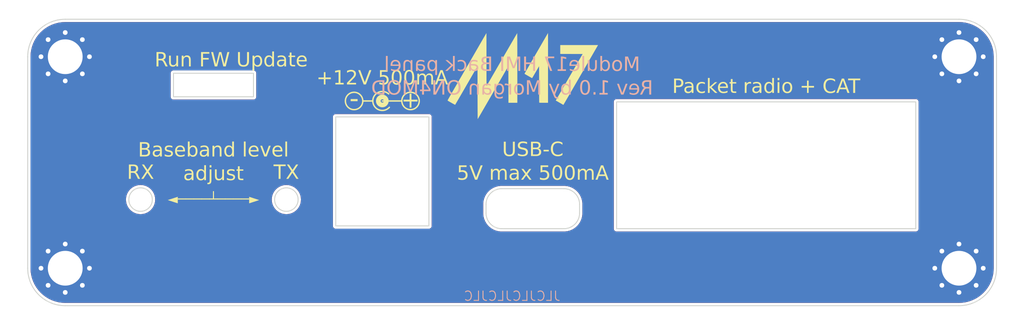
<source format=kicad_pcb>
(kicad_pcb (version 20240108) (generator "pcbnew") (generator_version "8.0")
  (title_block (title "Module17 HMI Back Panel") (date "2024-06-19") (rev "Rev 1.0") (company "M17 Project") (comment 1 "Morgan - ON4MOD") (comment 2 "Authors:"))
  (layers (0 "F.Cu" signal) (31 "B.Cu" signal) (34 "B.Paste" user) (35 "F.Paste" user) (36 "B.SilkS" user "B.Silkscreen") (37 "F.SilkS" user "F.Silkscreen") (38 "B.Mask" user) (39 "F.Mask" user) (44 "Edge.Cuts" user))
  (net 0 "")
  (net 1 "GND")
  (footprint "M17_mounting_hole:MountingHole_3.7mm_Pad_Via_Small_Pad" (layer "F.Cu") (at 66.865 116.455)
    (property "Reference" "H4")
    (property "Value" "MountingHole_Pad")
    (pad "1" thru_hole circle (at -2.575 0) (size 0.8 0.8) (drill 0.5) (layers "*.Cu" "*.Mask") (net 1 "GND"))
    (pad "1" thru_hole circle (at -1.820801 -1.820801) (size 0.8 0.8) (drill 0.5) (layers "*.Cu" "*.Mask") (net 1 "GND"))
    (pad "1" thru_hole circle (at -1.820801 1.820801) (size 0.8 0.8) (drill 0.5) (layers "*.Cu" "*.Mask") (net 1 "GND"))
    (pad "1" thru_hole circle (at 0 -2.575) (size 0.8 0.8) (drill 0.5) (layers "*.Cu" "*.Mask") (net 1 "GND"))
    (pad "1" thru_hole circle (at 0 0) (size 6.5 6.5) (drill 3.7) (layers "*.Cu" "*.Mask") (net 1 "GND"))
    (pad "1" thru_hole circle (at 0 2.575) (size 0.8 0.8) (drill 0.5) (layers "*.Cu" "*.Mask") (net 1 "GND"))
    (pad "1" thru_hole circle (at 1.820801 -1.820801) (size 0.8 0.8) (drill 0.5) (layers "*.Cu" "*.Mask") (net 1 "GND"))
    (pad "1" thru_hole circle (at 1.820801 1.820801) (size 0.8 0.8) (drill 0.5) (layers "*.Cu" "*.Mask") (net 1 "GND"))
    (pad "1" thru_hole circle (at 2.575 0) (size 0.8 0.8) (drill 0.5) (layers "*.Cu" "*.Mask") (net 1 "GND"))
  )
  (footprint "M17_mounting_hole:MountingHole_3.7mm_Pad_Via_Small_Pad" (layer "F.Cu") (at 161.885 116.455)
    (property "Reference" "H3")
    (property "Value" "MountingHole_Pad")
    (pad "1" thru_hole circle (at -2.575 0) (size 0.8 0.8) (drill 0.5) (layers "*.Cu" "*.Mask") (net 1 "GND"))
    (pad "1" thru_hole circle (at -1.820801 -1.820801) (size 0.8 0.8) (drill 0.5) (layers "*.Cu" "*.Mask") (net 1 "GND"))
    (pad "1" thru_hole circle (at -1.820801 1.820801) (size 0.8 0.8) (drill 0.5) (layers "*.Cu" "*.Mask") (net 1 "GND"))
    (pad "1" thru_hole circle (at 0 -2.575) (size 0.8 0.8) (drill 0.5) (layers "*.Cu" "*.Mask") (net 1 "GND"))
    (pad "1" thru_hole circle (at 0 0) (size 6.5 6.5) (drill 3.7) (layers "*.Cu" "*.Mask") (net 1 "GND"))
    (pad "1" thru_hole circle (at 0 2.575) (size 0.8 0.8) (drill 0.5) (layers "*.Cu" "*.Mask") (net 1 "GND"))
    (pad "1" thru_hole circle (at 1.820801 -1.820801) (size 0.8 0.8) (drill 0.5) (layers "*.Cu" "*.Mask") (net 1 "GND"))
    (pad "1" thru_hole circle (at 1.820801 1.820801) (size 0.8 0.8) (drill 0.5) (layers "*.Cu" "*.Mask") (net 1 "GND"))
    (pad "1" thru_hole circle (at 2.575 0) (size 0.8 0.8) (drill 0.5) (layers "*.Cu" "*.Mask") (net 1 "GND"))
  )
  (footprint "M17_mounting_hole:MountingHole_3.7mm_Pad_Via_Small_Pad" (layer "F.Cu") (at 66.865 93.935)
    (property "Reference" "H1")
    (property "Value" "MountingHole_Pad")
    (pad "1" thru_hole circle (at -2.575 0) (size 0.8 0.8) (drill 0.5) (layers "*.Cu" "*.Mask") (net 1 "GND"))
    (pad "1" thru_hole circle (at -1.820801 -1.820801) (size 0.8 0.8) (drill 0.5) (layers "*.Cu" "*.Mask") (net 1 "GND"))
    (pad "1" thru_hole circle (at -1.820801 1.820801) (size 0.8 0.8) (drill 0.5) (layers "*.Cu" "*.Mask") (net 1 "GND"))
    (pad "1" thru_hole circle (at 0 -2.575) (size 0.8 0.8) (drill 0.5) (layers "*.Cu" "*.Mask") (net 1 "GND"))
    (pad "1" thru_hole circle (at 0 0) (size 6.5 6.5) (drill 3.7) (layers "*.Cu" "*.Mask") (net 1 "GND"))
    (pad "1" thru_hole circle (at 0 2.575) (size 0.8 0.8) (drill 0.5) (layers "*.Cu" "*.Mask") (net 1 "GND"))
    (pad "1" thru_hole circle (at 1.820801 -1.820801) (size 0.8 0.8) (drill 0.5) (layers "*.Cu" "*.Mask") (net 1 "GND"))
    (pad "1" thru_hole circle (at 1.820801 1.820801) (size 0.8 0.8) (drill 0.5) (layers "*.Cu" "*.Mask") (net 1 "GND"))
    (pad "1" thru_hole circle (at 2.575 0) (size 0.8 0.8) (drill 0.5) (layers "*.Cu" "*.Mask") (net 1 "GND"))
  )
  (footprint "M17_logos:M17_logo_16x9.2mm" (layer "F.Cu") (at 115.505 95.99)
    (property "Reference" "LOGO1" (hide yes))
    (property "Value" "M17_logo")
    (fp_poly (pts (xy 2.688847 -0.868194) (xy 2.688847 2.848898) (xy 2.224198 2.848898) (xy 2.082554 2.848579) (xy 1.970181 2.847545) (xy 1.884348 2.845682) (xy 1.822321 2.842872) (xy 1.781369 2.839) (xy 1.758758 2.83395) (xy 1.752002 2.828891) (xy 1.751007 2.810624) (xy 1.749985 2.762326) (xy 1.74895 2.685979) (xy 1.747911 2.583563) (xy 1.746881 2.457058) (xy 1.745872 2.308445) (xy 1.744895 2.139703) (xy 1.743962 1.952814) (xy 1.743085 1.749757) (xy 1.742275 1.532512) (xy 1.741544 1.303061) (xy 1.740905 1.063383) (xy 1.7405 0.882572) (xy 1.736547 -1.04374) (xy 1.370928 -0.409835) (xy 1.295851 -0.280124) (xy 1.225431 -0.15934) (xy 1.16131 -0.050235) (xy 1.105128 0.044438) (xy 1.05853 0.121926) (xy 1.023155 0.179476) (xy 1.000646 0.214336) (xy 0.992859 0.224071) (xy 0.975848 0.216402) (xy 0.935497 0.194984) (xy 0.876113 0.162204) (xy 0.802003 0.120447) (xy 0.717475 0.072097) (xy 0.694268 0.058709) (xy 0.599336 0.003912) (xy 0.505883 -0.049913) (xy 0.420388 -0.099045) (xy 0.349325 -0.139762) (xy 0.299171 -0.168344) (xy 0.297373 -0.169363) (xy 0.245892 -0.200559) (xy 0.207886 -0.227515) (xy 0.189897 -0.245464) (xy 0.189308 -0.248078) (xy 0.197402 -0.263132) (xy 0.220532 -0.304196) (xy 0.257715 -0.369566) (xy 0.30797 -0.457538) (xy 0.370315 -0.566407) (xy 0.443767 -0.694469) (xy 0.527345 -0.84002) (xy 0.620067 -1.001355) (xy 0.720952 -1.176771) (xy 0.829016 -1.364563) (xy 0.943278 -1.563026) (xy 1.062756 -1.770457) (xy 1.186469 -1.985151) (xy 1.313433 -2.205404) (xy 1.442668 -2.429512) (xy 1.573191 -2.65577) (xy 1.704021 -2.882474) (xy 1.834175 -3.107921) (xy 1.962672 -3.330405) (xy 2.088529 -3.548222) (xy 2.210765 -3.759668) (xy 2.328398 -3.96304) (xy 2.440445 -4.156632) (xy 2.545925 -4.33874) (xy 2.596104 -4.425315) (xy 2.688847 -4.585286)) (fill solid) (layer "F.SilkS"))
    (fp_poly (pts (xy 7.951964 -3.202992) (xy 7.913368 -3.13535) (xy 7.861416 -3.04467) (xy 7.796974 -2.932449) (xy 7.720907 -2.800185) (xy 7.634082 -2.649375) (xy 7.537365 -2.481516) (xy 7.431621 -2.298105) (xy 7.317717 -2.10064) (xy 7.196518 -1.890617) (xy 7.068891 -1.669534) (xy 6.935702 -1.438889) (xy 6.797816 -1.200177) (xy 6.656099 -0.954897) (xy 6.511418 -0.704545) (xy 6.364638 -0.450619) (xy 6.216626 -0.194616) (xy 6.068248 0.061966) (xy 5.920368 0.317631) (xy 5.773854 0.570882) (xy 5.629572 0.820221) (xy 5.488387 1.064151) (xy 5.351165 1.301175) (xy 5.218773 1.529795) (xy 5.092075 1.748515) (xy 4.97194 1.955837) (xy 4.859231 2.150264) (xy 4.754816 2.330299) (xy 4.65956 2.494444) (xy 4.574329 2.641203) (xy 4.49999 2.769079) (xy 4.437407 2.876573) (xy 4.387448 2.962189) (xy 4.350978 3.02443) (xy 4.328863 3.061799) (xy 4.321947 3.072927) (xy 4.304814 3.065271) (xy 4.268557 3.045329) (xy 4.225331 3.019979) (xy 4.185211 2.996291) (xy 4.122784 2.959956) (xy 4.043561 2.91416) (xy 3.953058 2.862086) (xy 3.856787 2.80692) (xy 3.822344 2.787239) (xy 3.507386 2.607405) (xy 3.592235 2.460067) (xy 3.644738 2.36893) (xy 3.709323 2.256875) (xy 3.784976 2.125661) (xy 3.870681 1.977046) (xy 3.965423 1.81279) (xy 4.068187 1.63465) (xy 4.177957 1.444385) (xy 4.29372 1.243754) (xy 4.414459 1.034515) (xy 4.539159 0.818427) (xy 4.666806 0.597248) (xy 4.796384 0.372737) (xy 4.926878 0.146652) (xy 5.057272 -0.079247) (xy 5.186553 -0.303203) (xy 5.313704 -0.523457) (xy 5.43771 -0.73825) (xy 5.557557 -0.945824) (xy 5.67223 -1.144421) (xy 5.780712 -1.332281) (xy 5.881989 -1.507646) (xy 5.975046 -1.668757) (xy 6.058868 -1.813857) (xy 6.132439 -1.941186) (xy 6.194745 -2.048985) (xy 6.24477 -2.135498) (xy 6.281499 -2.198964) (xy 6.303918 -2.237625) (xy 6.310387 -2.248708) (xy 6.367187 -2.344738) (xy 5.176221 -2.348841) (xy 3.985255 -2.352945) (xy 3.985255 -2.824991) (xy 3.985255 -3.297038) (xy 5.995347 -3.297038) (xy 8.00544 -3.297038)) (fill solid) (layer "F.SilkS"))
    (fp_poly (pts (xy -3.860618 -4.554098) (xy -3.860186 -4.507567) (xy -3.859767 -4.432262) (xy -3.859362 -4.329803) (xy -3.858974 -4.201807) (xy -3.858606 -4.049894) (xy -3.85826 -3.875682) (xy -3.857939 -3.680789) (xy -3.857646 -3.466834) (xy -3.857383 -3.235435) (xy -3.857152 -2.988212) (xy -3.856957 -2.726781) (xy -3.856799 -2.452763) (xy -3.856682 -2.167775) (xy -3.856608 -1.873435) (xy -3.85659 -1.751061) (xy -3.856531 -1.397045) (xy -3.856428 -1.073695) (xy -3.856269 -0.779669) (xy -3.856043 -0.513624) (xy -3.855736 -0.274215) (xy -3.855338 -0.0601) (xy -3.854836 0.130064) (xy -3.854218 0.29762) (xy -3.853473 0.443913) (xy -3.852588 0.570284) (xy -3.851552 0.678078) (xy -3.850352 0.768637) (xy -3.848977 0.843305) (xy -3.847415 0.903425) (xy -3.845653 0.950341) (xy -3.84368 0.985395) (xy -3.841484 1.00993) (xy -3.839053 1.025291) (xy -3.836374 1.032819) (xy -3.833437 1.033859) (xy -3.831837 1.032325) (xy -3.813717 1.005113) (xy -3.784626 0.957639) (xy -3.749207 0.897585) (xy -3.725459 0.85627) (xy -3.684187 0.78393) (xy -3.629917 0.68916) (xy -3.563582 0.573575) (xy -3.486118 0.438791) (xy -3.398458 0.286424) (xy -3.301535 0.118091) (xy -3.196285 -0.064592) (xy -3.083641 -0.26001) (xy -2.964536 -0.466546) (xy -2.839905 -0.682585) (xy -2.710683 -0.906509) (xy -2.577802 -1.136704) (xy -2.442197 -1.371553) (xy -2.304802 -1.609439) (xy -2.16655 -1.848748) (xy -2.028377 -2.087862) (xy -1.891215 -2.325166) (xy -1.755999 -2.559044) (xy -1.623662 -2.787879) (xy -1.495139 -3.010055) (xy -1.371364 -3.223957) (xy -1.253271 -3.427968) (xy -1.141793 -3.620473) (xy -1.037865 -3.799855) (xy -0.942421 -3.964497) (xy -0.856394 -4.112785) (xy -0.780719 -4.243102) (xy -0.716329 -4.353832) (xy -0.664159 -4.443358) (xy -0.625142 -4.510065) (xy -0.600213 -4.552337) (xy -0.590305 -4.568557) (xy -0.590237 -4.568639) (xy -0.588853 -4.554355) (xy -0.587516 -4.509262) (xy -0.58623 -4.434562) (xy -0.585001 -4.331457) (xy -0.583832 -4.201147) (xy -0.582728 -4.044835) (xy -0.581693 -3.863721) (xy -0.580733 -3.659008) (xy -0.579852 -3.431896) (xy -0.579054 -3.183588) (xy -0.578344 -2.915285) (xy -0.577726 -2.628187) (xy -0.577206 -2.323498) (xy -0.576787 -2.002417) (xy -0.576474 -1.666147) (xy -0.576272 -1.315889) (xy -0.576185 -0.952845) (xy -0.576181 -0.867473) (xy -0.576181 2.848898) (xy -1.048267 2.848898) (xy -1.520352 2.848898) (xy -1.524417 0.896723) (xy -1.528481 -1.055453) (xy -2.86431 1.260837) (xy -3.070378 1.618152) (xy -3.261058 1.948778) (xy -3.436953 2.253757) (xy -3.598664 2.53413) (xy -3.746794 2.790938) (xy -3.881945 3.025223) (xy -4.004721 3.238025) (xy -4.115723 3.430386) (xy -4.215555 3.603348) (xy -4.304817 3.757952) (xy -4.384114 3.895238) (xy -4.454046 4.016249) (xy -4.515218 4.122025) (xy -4.56823 4.213607) (xy -4.613687 4.292038) (xy -4.652189 4.358358) (xy -4.68434 4.413608) (xy -4.710741 4.458831) (xy -4.731997 4.495066) (xy -4.748708 4.523356) (xy -4.761477 4.544741) (xy -4.770907 4.560264) (xy -4.777601 4.570964) (xy -4.78216 4.577884) (xy -4.785187 4.582065) (xy -4.787284 4.584548) (xy -4.787333 4.5846) (xy -4.788952 4.570571) (xy -4.790551 4.525887) (xy -4.79212 4.451904) (xy -4.793651 4.349977) (xy -4.795136 4.221461) (xy -4.796565 4.067712) (xy -4.797929 3.890086) (xy -4.799221 3.689936) (xy -4.80043 3.46862) (xy -4.801549 3.227492) (xy -4.802569 2.967908) (xy -4.80348 2.691223) (xy -4.804275 2.398792) (xy -4.804944 2.09197) (xy -4.805469 1.778461) (xy -4.809515 -1.042837) (xy -5.991998 1.007423) (xy -6.128335 1.243716) (xy -6.260399 1.472412) (xy -6.387297 1.691977) (xy -6.508139 1.900876) (xy -6.622032 2.097573) (xy -6.728084 2.280533) (xy -6.825405 2.448221) (xy -6.913102 2.599101) (xy -6.990283 2.731638) (xy -7.056056 2.844296) (xy -7.10953 2.935541) (xy -7.149814 3.003837) (xy -7.176015 3.047649) (xy -7.187241 3.065441) (xy -7.18754 3.065755) (xy -7.203422 3.059808) (xy -7.242642 3.040155) (xy -7.30089 3.009226) (xy -7.373861 2.969453) (xy -7.457246 2.923265) (xy -7.546738 2.873093) (xy -7.638028 2.821369) (xy -7.72681 2.770521) (xy -7.808775 2.722983) (xy -7.879616 2.681183) (xy -7.935024 2.647552) (xy -7.970693 2.624522) (xy -7.975197 2.621315) (xy -7.978863 2.620006) (xy -7.983043 2.620141) (xy -7.98717 2.620718) (xy -7.990679 2.620737) (xy -7.993006 2.619197) (xy -7.993583 2.615097) (xy -7.991845 2.607435) (xy -7.987228 2.595212) (xy -7.979164 2.577425) (xy -7.967088 2.553074) (xy -7.950436 2.521158) (xy -7.92864 2.480676) (xy -7.901136 2.430628) (xy -7.867357 2.370011) (xy -7.826739 2.297825) (xy -7.778714 2.213069) (xy -7.722719 2.114742) (xy -7.658187 2.001844) (xy -7.584552 1.873373) (xy -7.501248 1.728327) (xy -7.407711 1.565707) (xy -7.303375 1.384512) (xy -7.187673 1.183739) (xy -7.06004 0.962389) (xy -6.919911 0.71946) (xy -6.76672 0.453952) (xy -6.5999 0.164862) (xy -6.418888 -0.148808) (xy -6.223116 -0.488062) (xy -6.012019 -0.853899) (xy -5.978329 -0.912287) (xy -5.832317 -1.165346) (xy -5.68476 -1.421078) (xy -5.537059 -1.677056) (xy -5.390614 -1.930852) (xy -5.246827 -2.18004) (xy -5.107097 -2.422192) (xy -4.972825 -2.654881) (xy -4.845413 -2.87568) (xy -4.726259 -3.082162) (xy -4.616766 -3.271899) (xy -4.518334 -3.442465) (xy -4.432362 -3.591431) (xy -4.360253 -3.716372) (xy -4.328447 -3.771477) (xy -4.243947 -3.917688) (xy -4.164279 -4.055183) (xy -4.090861 -4.181535) (xy -4.025115 -4.294319) (xy -3.968459 -4.391107) (xy -3.922313 -4.469474) (xy -3.888098 -4.526993) (xy -3.867233 -4.561237) (xy -3.86106 -4.570239)) (fill solid) (layer "F.SilkS"))
  )
  (footprint "Symbol:Symbol_Barrel_Polarity" (layer "F.Cu") (at 100.575 98.57)
    (property "Reference" "REF**" (hide yes))
    (property "Value" "Symbol_Barrel_Polarity")
    (fp_line (start -2 0.075) (end -1.1 0.075) (stroke (width 0.15)) (layer "F.SilkS"))
    (fp_line (start 0 0.075) (end 2 0.075) (stroke (width 0.15)) (layer "F.SilkS"))
    (fp_arc (start 0.75 0.75) (mid -1.007627 0.128033) (end 0.675 -0.675) (stroke (width 0.15)) (layer "F.SilkS"))
    (fp_circle (center -3 0.075) (end -3 1) (stroke (width 0.15)) (fill none) (layer "F.SilkS"))
    (fp_circle (center 0 0.075) (end 0 0.25) (stroke (width 0.5)) (fill none) (layer "F.SilkS"))
    (fp_circle (center 3 0.075) (end 3 1) (stroke (width 0.15)) (fill none) (layer "F.SilkS"))
  )
  (footprint "M17_mounting_hole:MountingHole_3.7mm_Pad_Via_Small_Pad" (layer "F.Cu") (at 161.885 93.935)
    (property "Reference" "H2")
    (property "Value" "MountingHole_Pad")
    (pad "1" thru_hole circle (at -2.575 0) (size 0.8 0.8) (drill 0.5) (layers "*.Cu" "*.Mask") (net 1 "GND"))
    (pad "1" thru_hole circle (at -1.820801 -1.820801) (size 0.8 0.8) (drill 0.5) (layers "*.Cu" "*.Mask") (net 1 "GND"))
    (pad "1" thru_hole circle (at -1.820801 1.820801) (size 0.8 0.8) (drill 0.5) (layers "*.Cu" "*.Mask") (net 1 "GND"))
    (pad "1" thru_hole circle (at 0 -2.575) (size 0.8 0.8) (drill 0.5) (layers "*.Cu" "*.Mask") (net 1 "GND"))
    (pad "1" thru_hole circle (at 0 0) (size 6.5 6.5) (drill 3.7) (layers "*.Cu" "*.Mask") (net 1 "GND"))
    (pad "1" thru_hole circle (at 0 2.575) (size 0.8 0.8) (drill 0.5) (layers "*.Cu" "*.Mask") (net 1 "GND"))
    (pad "1" thru_hole circle (at 1.820801 -1.820801) (size 0.8 0.8) (drill 0.5) (layers "*.Cu" "*.Mask") (net 1 "GND"))
    (pad "1" thru_hole circle (at 1.820801 1.820801) (size 0.8 0.8) (drill 0.5) (layers "*.Cu" "*.Mask") (net 1 "GND"))
    (pad "1" thru_hole circle (at 2.575 0) (size 0.8 0.8) (drill 0.5) (layers "*.Cu" "*.Mask") (net 1 "GND"))
  )
  (gr_arc (start 62.875 93.935) (mid 64.043644 91.113644) (end 66.865 89.945) (stroke (width 0.1)) (layer "Edge.Cuts"))
  (gr_rect (start 78.375 95.695) (end 86.875 98.195) (stroke (width 0.1)) (fill none) (layer "Edge.Cuts"))
  (gr_rect (start 125.485 98.745) (end 157.285 112.245) (stroke (width 0.1)) (fill none) (layer "Edge.Cuts"))
  (gr_circle (center 90.375 109.145) (end 91.625 109.145) (stroke (width 0.1)) (fill none) (layer "Edge.Cuts"))
  (gr_arc (start 119.88 107.985) (mid 121.057333 108.472667) (end 121.545 109.65) (stroke (width 0.1)) (layer "Edge.Cuts"))
  (gr_arc (start 165.875 116.455) (mid 164.706355 119.276354) (end 161.885 120.445) (stroke (width 0.1)) (layer "Edge.Cuts"))
  (gr_arc (start 113.27 112.245) (mid 112.092667 111.757333) (end 111.605 110.58) (stroke (width 0.1)) (layer "Edge.Cuts"))
  (gr_line (start 113.27 112.245) (end 119.88 112.245) (stroke (width 0.1)) (layer "Edge.Cuts"))
  (gr_arc (start 111.605 109.65) (mid 112.092667 108.472667) (end 113.27 107.985) (stroke (width 0.1)) (layer "Edge.Cuts"))
  (gr_rect (start 95.625 100.345) (end 105.525 111.945) (stroke (width 0.1)) (fill none) (layer "Edge.Cuts"))
  (gr_line (start 62.875 93.935) (end 62.875 116.455) (stroke (width 0.1)) (layer "Edge.Cuts"))
  (gr_circle (center 74.875 109.145) (end 76.125 109.145) (stroke (width 0.1)) (fill none) (layer "Edge.Cuts"))
  (gr_line (start 111.605 110.58) (end 111.605 109.65) (stroke (width 0.1)) (layer "Edge.Cuts"))
  (gr_arc (start 161.885 89.945) (mid 164.706351 91.113645) (end 165.875 93.935) (stroke (width 0.1)) (layer "Edge.Cuts"))
  (gr_line (start 165.875 116.455) (end 165.875 93.935) (stroke (width 0.1)) (layer "Edge.Cuts"))
  (gr_line (start 161.885 89.945) (end 66.865 89.945) (stroke (width 0.1)) (layer "Edge.Cuts"))
  (gr_line (start 113.27 107.985) (end 119.88 107.985) (stroke (width 0.1)) (layer "Edge.Cuts"))
  (gr_line (start 66.865 120.445) (end 161.885 120.445) (stroke (width 0.1)) (layer "Edge.Cuts"))
  (gr_line (start 121.545 110.58) (end 121.545 109.65) (stroke (width 0.1)) (layer "Edge.Cuts"))
  (gr_arc (start 66.865 120.445) (mid 64.043644 119.276356) (end 62.875 116.455) (stroke (width 0.1)) (layer "Edge.Cuts"))
  (gr_arc (start 121.545 110.58) (mid 121.057333 111.757333) (end 119.88 112.245) (stroke (width 0.1)) (layer "Edge.Cuts"))
  (gr_text "Module17 HMI Back panel\nRev 1.0 by Morgan ON4MOD" (at 114.375 93.945 0) (layer "B.SilkS") (effects (font (size 1.5 1.5)) (justify top mirror)))
  (gr_text "JLCJLCJLCJLC" (at 114.375 119.42 0) (layer "B.SilkS") (effects (font (size 1 1) (thickness 0.1)) (justify mirror)))
  (gr_text "Packet radio + CAT" (at 141.385 98.045 0) (layer "F.SilkS") (effects (font (size 1.5 1.5) (thickness 0.1875)) (justify bottom)))
  (gr_text "Run" (at 78.375 94.345 0) (layer "F.SilkS") (effects (font (size 1.5 1.5))))
  (gr_text "-" (at 97.58 98.495 0) (layer "F.SilkS") (effects (font (size 2 2))))
  (gr_text "Baseband level\nadjust" (at 82.625 105.195 0) (layer "F.SilkS") (effects (font (size 1.5 1.5) (thickness 0.1))))
  (gr_text "FW Update" (at 86.875 94.345 0) (layer "F.SilkS") (effects (font (size 1.5 1.5))))
  (gr_text "TX" (at 90.375 107.195 0) (layer "F.SilkS") (effects (font (size 1.5 1.5) (thickness 0.18)) (justify bottom)))
  (gr_text "RX" (at 74.875 107.195 0) (layer "F.SilkS") (effects (font (size 1.5 1.5) (thickness 0.18)) (justify bottom)))
  (gr_text "+" (at 103.575 98.645 0) (layer "F.SilkS") (effects (font (size 1.7 1.7))))
  (gr_text "USB-C\n5V max 500mA" (at 116.575 107.285 0) (layer "F.SilkS") (effects (font (size 1.5 1.5) (thickness 0.18)) (justify bottom)))
  (gr_text "◄────┴────►" (at 82.625 109.145 0) (layer "F.SilkS") (effects (font (size 1 1) (thickness 0.1))))
  (gr_text "+12V 500mA" (at 100.575 97.145 0) (layer "F.SilkS") (effects (font (size 1.5 1.5) (thickness 0.18)) (justify bottom)))
  (zone (net 1) (net_name "GND") (layers "F&B.Cu") (connect_pads yes (clearance 0.5)) (min_thickness 0.25) (fill yes (thermal_gap 0.5) (thermal_bridge_width 0.5) (smoothing fillet))
    (polygon (pts (xy 62.875 120.445) (xy 62.875 89.945) (xy 165.875 89.945) (xy 165.875 120.445)))
  )
)
</source>
